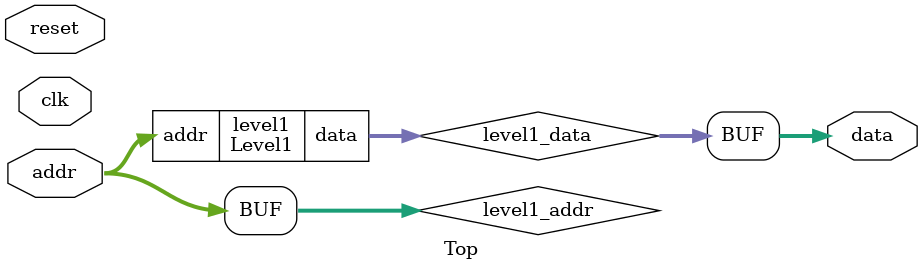
<source format=v>
module Level1(
  input  [15:0] addr,
  output [15:0] data
);
  wire [15:0] level2_addr;
  wire [15:0] level2_data;
  Level2 level2 (
    .addr(level2_addr),
    .data(level2_data)
  );
  assign data = level2_data;
  assign level2_addr = addr;
endmodule
module Level2(
  input  [15:0] addr,
  output [15:0] data
);
  wire [15:0] memory_addr;
  wire [15:0] memory_data;
  Level3 memory (
    .addr(memory_addr),
    .data(memory_data)
  );
  assign data = memory_data;
  assign memory_addr = addr;
endmodule
module Level3(
  input  [15:0] addr,
  output [15:0] data
);
  assign data = addr;
endmodule
module Top(
  input         clk,
  input         reset,
  input  [15:0] addr,
  output [15:0] data
);
  wire [15:0] level1_addr;
  wire [15:0] level1_data;
  Level1 level1 (
    .addr(level1_addr),
    .data(level1_data)
  );
  assign data = level1_data;
  assign level1_addr = addr;
endmodule

</source>
